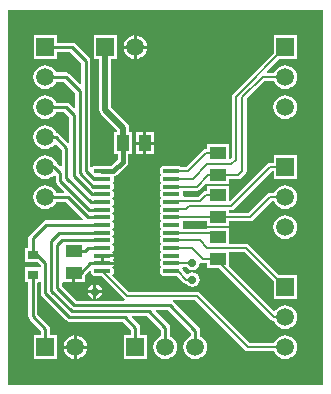
<source format=gtl>
G04*
G04 #@! TF.GenerationSoftware,Altium Limited,Altium Designer,20.1.11 (218)*
G04*
G04 Layer_Physical_Order=1*
G04 Layer_Color=255*
%FSLAX25Y25*%
%MOIN*%
G70*
G04*
G04 #@! TF.SameCoordinates,C0BC10C8-0731-4CBC-98FA-3322C1096404*
G04*
G04*
G04 #@! TF.FilePolarity,Positive*
G04*
G01*
G75*
%ADD13C,0.00700*%
%ADD22R,0.03937X0.05315*%
%ADD23R,0.03347X0.02756*%
%ADD24R,0.05315X0.03937*%
%ADD25O,0.05709X0.01575*%
%ADD26C,0.01000*%
%ADD27C,0.01500*%
%ADD28C,0.02000*%
%ADD29R,0.05906X0.05906*%
%ADD30C,0.05906*%
%ADD31R,0.05906X0.05906*%
%ADD32C,0.02756*%
G36*
X242500Y97500D02*
X137500D01*
Y222500D01*
X242500D01*
Y97500D01*
D02*
G37*
%LPC*%
G36*
X180500Y213921D02*
Y210500D01*
X183921D01*
X183851Y211032D01*
X183453Y211993D01*
X182819Y212819D01*
X181993Y213453D01*
X181032Y213851D01*
X180500Y213921D01*
D02*
G37*
G36*
X179500D02*
X178968Y213851D01*
X178007Y213453D01*
X177181Y212819D01*
X176547Y211993D01*
X176149Y211032D01*
X176079Y210500D01*
X179500D01*
Y213921D01*
D02*
G37*
G36*
X183921Y209500D02*
X180500D01*
Y206079D01*
X181032Y206149D01*
X181993Y206547D01*
X182819Y207181D01*
X183453Y208007D01*
X183851Y208968D01*
X183921Y209500D01*
D02*
G37*
G36*
X179500D02*
X176079D01*
X176149Y208968D01*
X176547Y208007D01*
X177181Y207181D01*
X178007Y206547D01*
X178968Y206149D01*
X179500Y206079D01*
Y209500D01*
D02*
G37*
G36*
X233953Y213953D02*
X226047D01*
Y207994D01*
X212527Y194473D01*
X212228Y194027D01*
X212123Y193500D01*
Y173070D01*
X211658Y172604D01*
X211157Y172811D01*
Y177610D01*
X203842D01*
Y176018D01*
X203642D01*
X203115Y175913D01*
X202668Y175615D01*
X197064Y170010D01*
X195240D01*
X194780Y170318D01*
X194083Y170456D01*
X189949D01*
X189251Y170318D01*
X188660Y169922D01*
X188265Y169331D01*
X188126Y168634D01*
X188265Y167936D01*
X188654Y167354D01*
X188265Y166772D01*
X188126Y166075D01*
X188265Y165377D01*
X188654Y164795D01*
X188265Y164213D01*
X188126Y163516D01*
X188265Y162818D01*
X188654Y162236D01*
X188265Y161654D01*
X188126Y160957D01*
X188265Y160259D01*
X188654Y159677D01*
X188265Y159095D01*
X188126Y158398D01*
X188265Y157700D01*
X188654Y157118D01*
X188265Y156536D01*
X188126Y155839D01*
X188265Y155141D01*
X188654Y154559D01*
X188265Y153977D01*
X188126Y153279D01*
X188265Y152582D01*
X188654Y152000D01*
X188265Y151418D01*
X188126Y150721D01*
X188265Y150023D01*
X188654Y149441D01*
X188265Y148859D01*
X188126Y148161D01*
X188265Y147464D01*
X188654Y146882D01*
X188265Y146300D01*
X188126Y145602D01*
X188265Y144905D01*
X188654Y144323D01*
X188265Y143741D01*
X188126Y143043D01*
X188265Y142346D01*
X188654Y141764D01*
X188265Y141182D01*
X188126Y140484D01*
X188265Y139787D01*
X188654Y139205D01*
X188265Y138623D01*
X188126Y137925D01*
X188265Y137228D01*
X188654Y136646D01*
X188265Y136064D01*
X188126Y135366D01*
X188265Y134669D01*
X188660Y134078D01*
X189251Y133682D01*
X189949Y133544D01*
X194010D01*
X196027Y131527D01*
X196027Y131527D01*
X196473Y131228D01*
X197000Y131124D01*
X197060D01*
X197286Y130786D01*
X198072Y130260D01*
X199000Y130076D01*
X199928Y130260D01*
X200714Y130786D01*
X201240Y131572D01*
X201425Y132500D01*
X201240Y133428D01*
X200714Y134214D01*
X199928Y134740D01*
X199000Y134924D01*
X198072Y134740D01*
X197286Y134214D01*
X197237Y134210D01*
X195862Y135585D01*
X195766Y136064D01*
X195687Y136183D01*
X195923Y136624D01*
X197060D01*
X197286Y136286D01*
X198072Y135760D01*
X199000Y135575D01*
X199928Y135760D01*
X200714Y136286D01*
X201240Y137072D01*
X201425Y138000D01*
X201876Y138293D01*
X201973Y138228D01*
X202500Y138124D01*
X202500Y138124D01*
X203842D01*
Y136390D01*
X207979D01*
X225342Y119027D01*
X225342Y119027D01*
X225788Y118728D01*
X226290Y118629D01*
X226547Y118007D01*
X227181Y117181D01*
X228007Y116547D01*
X228968Y116149D01*
X230000Y116013D01*
X231032Y116149D01*
X231993Y116547D01*
X232819Y117181D01*
X233453Y118007D01*
X233851Y118968D01*
X233987Y120000D01*
X233851Y121032D01*
X233453Y121993D01*
X232819Y122819D01*
X231993Y123453D01*
X231032Y123851D01*
X230000Y123987D01*
X228968Y123851D01*
X228007Y123453D01*
X227181Y122819D01*
X226733Y122236D01*
X226111Y122151D01*
X211157Y137104D01*
Y141624D01*
X216430D01*
X226047Y132006D01*
Y126047D01*
X233953D01*
Y133953D01*
X227994D01*
X217973Y143973D01*
X217527Y144272D01*
X217000Y144376D01*
X211157D01*
Y149610D01*
X203842D01*
Y149538D01*
X196035D01*
X195756Y149948D01*
X195769Y150038D01*
X195905Y150721D01*
X195769Y151403D01*
X195756Y151493D01*
X196035Y151903D01*
X203842D01*
Y150390D01*
X211157D01*
Y151982D01*
X218358D01*
X218885Y152087D01*
X219332Y152385D01*
X225570Y158624D01*
X226292D01*
X226547Y158007D01*
X227181Y157181D01*
X228007Y156547D01*
X228968Y156149D01*
X230000Y156013D01*
X231032Y156149D01*
X231993Y156547D01*
X232819Y157181D01*
X233453Y158007D01*
X233851Y158968D01*
X233987Y160000D01*
X233851Y161032D01*
X233453Y161993D01*
X232819Y162819D01*
X231993Y163453D01*
X231032Y163851D01*
X230000Y163987D01*
X228968Y163851D01*
X228007Y163453D01*
X227181Y162819D01*
X226547Y161993D01*
X226292Y161376D01*
X225000D01*
X224473Y161272D01*
X224027Y160973D01*
X224027Y160973D01*
X217788Y154735D01*
X211157D01*
Y155624D01*
X212000D01*
X212527Y155728D01*
X212973Y156027D01*
X225547Y168601D01*
X226047Y168568D01*
Y166047D01*
X233953D01*
Y173953D01*
X226047D01*
Y171376D01*
X225000D01*
X225000Y171377D01*
X224473Y171272D01*
X224027Y170973D01*
X224027Y170973D01*
X211658Y158604D01*
X211157Y158811D01*
Y163610D01*
X203842D01*
Y162018D01*
X203642D01*
X203115Y161913D01*
X202668Y161615D01*
X201130Y160076D01*
X196200D01*
X195829Y160576D01*
X195905Y160957D01*
X195769Y161639D01*
X195756Y161729D01*
X196035Y162139D01*
X200516D01*
X201043Y162244D01*
X201489Y162542D01*
X203485Y164538D01*
X203842Y164390D01*
Y164390D01*
X211157D01*
Y165982D01*
X214358D01*
X214885Y166087D01*
X215332Y166385D01*
X216675Y167729D01*
X216675Y167729D01*
X216974Y168175D01*
X217078Y168702D01*
Y192728D01*
X222974Y198624D01*
X226292D01*
X226547Y198007D01*
X227181Y197181D01*
X228007Y196547D01*
X228968Y196149D01*
X230000Y196013D01*
X231032Y196149D01*
X231993Y196547D01*
X232819Y197181D01*
X233453Y198007D01*
X233851Y198968D01*
X233987Y200000D01*
X233851Y201032D01*
X233453Y201993D01*
X232819Y202819D01*
X231993Y203453D01*
X231032Y203851D01*
X230000Y203987D01*
X228968Y203851D01*
X228007Y203453D01*
X227181Y202819D01*
X226547Y201993D01*
X226292Y201376D01*
X223976D01*
X223785Y201838D01*
X227994Y206047D01*
X233953D01*
Y213953D01*
D02*
G37*
G36*
X230000Y193987D02*
X228968Y193851D01*
X228007Y193453D01*
X227181Y192819D01*
X226547Y191993D01*
X226149Y191032D01*
X226013Y190000D01*
X226149Y188968D01*
X226547Y188007D01*
X227181Y187181D01*
X228007Y186547D01*
X228968Y186149D01*
X230000Y186013D01*
X231032Y186149D01*
X231993Y186547D01*
X232819Y187181D01*
X233453Y188007D01*
X233851Y188968D01*
X233987Y190000D01*
X233851Y191032D01*
X233453Y191993D01*
X232819Y192819D01*
X231993Y193453D01*
X231032Y193851D01*
X230000Y193987D01*
D02*
G37*
G36*
X186110Y181658D02*
X183642D01*
Y178500D01*
X186110D01*
Y181658D01*
D02*
G37*
G36*
X182642D02*
X180173D01*
Y178500D01*
X182642D01*
Y181658D01*
D02*
G37*
G36*
X186110Y177500D02*
X183642D01*
Y174343D01*
X186110D01*
Y177500D01*
D02*
G37*
G36*
X182642D02*
X180173D01*
Y174343D01*
X182642D01*
Y177500D01*
D02*
G37*
G36*
X173953Y213953D02*
X166047D01*
Y206047D01*
X167961D01*
Y189000D01*
X168116Y188220D01*
X168558Y187558D01*
X173959Y182158D01*
X173956Y181658D01*
X172890D01*
Y174343D01*
X174074D01*
Y172597D01*
X171895Y170418D01*
X171243D01*
X171051Y170456D01*
X166917D01*
X166220Y170318D01*
X165629Y169922D01*
X165529Y169774D01*
X165029Y169926D01*
Y205500D01*
X164913Y206085D01*
X164581Y206581D01*
X160081Y211081D01*
X159585Y211413D01*
X159000Y211529D01*
X153953D01*
Y213953D01*
X146047D01*
Y206047D01*
X153953D01*
Y208471D01*
X158367D01*
X161971Y204867D01*
Y197846D01*
X161509Y197654D01*
X158016Y201147D01*
X157520Y201478D01*
X156934Y201595D01*
X153618D01*
X153453Y201993D01*
X152819Y202819D01*
X151993Y203453D01*
X151032Y203851D01*
X150000Y203987D01*
X148968Y203851D01*
X148007Y203453D01*
X147181Y202819D01*
X146547Y201993D01*
X146149Y201032D01*
X146013Y200000D01*
X146149Y198968D01*
X146547Y198007D01*
X147181Y197181D01*
X148007Y196547D01*
X148968Y196149D01*
X150000Y196013D01*
X151032Y196149D01*
X151993Y196547D01*
X152819Y197181D01*
X153453Y198007D01*
X153672Y198536D01*
X156301D01*
X159971Y194867D01*
Y189846D01*
X159509Y189654D01*
X158081Y191081D01*
X157585Y191413D01*
X157000Y191529D01*
X153645D01*
X153453Y191993D01*
X152819Y192819D01*
X151993Y193453D01*
X151032Y193851D01*
X150000Y193987D01*
X148968Y193851D01*
X148007Y193453D01*
X147181Y192819D01*
X146547Y191993D01*
X146149Y191032D01*
X146013Y190000D01*
X146149Y188968D01*
X146547Y188007D01*
X147181Y187181D01*
X148007Y186547D01*
X148968Y186149D01*
X150000Y186013D01*
X151032Y186149D01*
X151993Y186547D01*
X152819Y187181D01*
X153453Y188007D01*
X153645Y188471D01*
X156367D01*
X157971Y186867D01*
Y178346D01*
X157509Y178154D01*
X154581Y181081D01*
X154085Y181413D01*
X153658Y181498D01*
X153453Y181993D01*
X152819Y182819D01*
X151993Y183453D01*
X151032Y183851D01*
X150000Y183987D01*
X148968Y183851D01*
X148007Y183453D01*
X147181Y182819D01*
X146547Y181993D01*
X146149Y181032D01*
X146013Y180000D01*
X146149Y178968D01*
X146547Y178007D01*
X147181Y177181D01*
X148007Y176547D01*
X148968Y176149D01*
X150000Y176013D01*
X151032Y176149D01*
X151993Y176547D01*
X152819Y177181D01*
X153169Y177637D01*
X153668Y177669D01*
X155471Y175866D01*
Y170346D01*
X155009Y170154D01*
X154081Y171081D01*
X153734Y171313D01*
X153453Y171993D01*
X152819Y172819D01*
X151993Y173453D01*
X151032Y173851D01*
X150000Y173987D01*
X148968Y173851D01*
X148007Y173453D01*
X147181Y172819D01*
X146547Y171993D01*
X146149Y171032D01*
X146013Y170000D01*
X146149Y168968D01*
X146547Y168007D01*
X147181Y167181D01*
X148007Y166547D01*
X148968Y166149D01*
X150000Y166013D01*
X151032Y166149D01*
X151993Y166547D01*
X152819Y167181D01*
X152952Y167354D01*
X153033Y167359D01*
X153471Y167122D01*
Y165500D01*
X153587Y164915D01*
X153919Y164419D01*
X156346Y161991D01*
X156154Y161529D01*
X153645D01*
X153453Y161993D01*
X152819Y162819D01*
X151993Y163453D01*
X151032Y163851D01*
X150000Y163987D01*
X148968Y163851D01*
X148007Y163453D01*
X147181Y162819D01*
X146547Y161993D01*
X146149Y161032D01*
X146013Y160000D01*
X146149Y158968D01*
X146547Y158007D01*
X147181Y157181D01*
X148007Y156547D01*
X148968Y156149D01*
X150000Y156013D01*
X151032Y156149D01*
X151993Y156547D01*
X152819Y157181D01*
X153453Y158007D01*
X153645Y158471D01*
X156867D01*
X162625Y152712D01*
X162434Y152250D01*
X150221D01*
X149635Y152133D01*
X149139Y151802D01*
X144707Y147370D01*
X144376Y146874D01*
X144259Y146288D01*
Y143059D01*
X143115D01*
Y138303D01*
X147534D01*
X148471Y137366D01*
Y137059D01*
X148462Y136563D01*
X147971Y136563D01*
X143115D01*
Y131807D01*
X144259D01*
Y120212D01*
X144376Y119626D01*
X144707Y119130D01*
X148471Y115366D01*
Y113953D01*
X146047D01*
Y106047D01*
X153953D01*
Y113953D01*
X151529D01*
Y116000D01*
X151413Y116585D01*
X151081Y117081D01*
X147318Y120845D01*
Y131454D01*
X147671Y131807D01*
X148462Y131807D01*
X148471Y131311D01*
Y128000D01*
X148587Y127415D01*
X148919Y126919D01*
X156919Y118919D01*
X157415Y118587D01*
X158000Y118471D01*
X175867D01*
X178471Y115867D01*
Y113953D01*
X176047D01*
Y106047D01*
X183953D01*
Y113953D01*
X181529D01*
Y116500D01*
X181413Y117085D01*
X181081Y117581D01*
X178654Y120009D01*
X178846Y120471D01*
X183867D01*
X188471Y115866D01*
Y113645D01*
X188007Y113453D01*
X187181Y112819D01*
X186547Y111993D01*
X186149Y111032D01*
X186013Y110000D01*
X186149Y108968D01*
X186547Y108007D01*
X187181Y107181D01*
X188007Y106547D01*
X188968Y106149D01*
X190000Y106013D01*
X191032Y106149D01*
X191993Y106547D01*
X192819Y107181D01*
X193453Y108007D01*
X193851Y108968D01*
X193987Y110000D01*
X193851Y111032D01*
X193453Y111993D01*
X192819Y112819D01*
X191993Y113453D01*
X191529Y113645D01*
Y116500D01*
X191413Y117085D01*
X191081Y117581D01*
X186654Y122009D01*
X186846Y122471D01*
X190866D01*
X198471Y114866D01*
Y113645D01*
X198007Y113453D01*
X197181Y112819D01*
X196547Y111993D01*
X196149Y111032D01*
X196013Y110000D01*
X196149Y108968D01*
X196547Y108007D01*
X197181Y107181D01*
X198007Y106547D01*
X198968Y106149D01*
X200000Y106013D01*
X201032Y106149D01*
X201993Y106547D01*
X202819Y107181D01*
X203453Y108007D01*
X203851Y108968D01*
X203987Y110000D01*
X203851Y111032D01*
X203453Y111993D01*
X202819Y112819D01*
X201993Y113453D01*
X201529Y113645D01*
Y115500D01*
X201413Y116085D01*
X201081Y116581D01*
X192581Y125081D01*
X192518Y125124D01*
X192670Y125624D01*
X199930D01*
X216527Y109027D01*
X216973Y108728D01*
X217500Y108624D01*
X226292D01*
X226547Y108007D01*
X227181Y107181D01*
X228007Y106547D01*
X228968Y106149D01*
X230000Y106013D01*
X231032Y106149D01*
X231993Y106547D01*
X232819Y107181D01*
X233453Y108007D01*
X233851Y108968D01*
X233987Y110000D01*
X233851Y111032D01*
X233453Y111993D01*
X232819Y112819D01*
X231993Y113453D01*
X231032Y113851D01*
X230000Y113987D01*
X228968Y113851D01*
X228007Y113453D01*
X227181Y112819D01*
X226547Y111993D01*
X226292Y111376D01*
X218070D01*
X201473Y127973D01*
X201027Y128272D01*
X200500Y128376D01*
X177920D01*
X172329Y133968D01*
X172340Y134078D01*
X172735Y134669D01*
X172874Y135366D01*
X172735Y136064D01*
X172346Y136646D01*
X172735Y137228D01*
X172774Y137425D01*
X168984D01*
Y138425D01*
X172774D01*
X172735Y138623D01*
X172346Y139205D01*
X172735Y139787D01*
X172774Y139984D01*
X168984D01*
Y140984D01*
X172774D01*
X172735Y141182D01*
X172346Y141764D01*
X172735Y142346D01*
X172874Y143043D01*
X172735Y143741D01*
X172346Y144323D01*
X172735Y144905D01*
X172874Y145602D01*
X172735Y146300D01*
X172346Y146882D01*
X172735Y147464D01*
X172874Y148161D01*
X172735Y148859D01*
X172346Y149441D01*
X172735Y150023D01*
X172874Y150721D01*
X172735Y151418D01*
X172346Y152000D01*
X172735Y152582D01*
X172874Y153279D01*
X172735Y153977D01*
X172346Y154559D01*
X172735Y155141D01*
X172874Y155839D01*
X172735Y156536D01*
X172346Y157118D01*
X172735Y157700D01*
X172874Y158398D01*
X172735Y159095D01*
X172346Y159677D01*
X172735Y160259D01*
X172874Y160957D01*
X172735Y161654D01*
X172346Y162236D01*
X172735Y162818D01*
X172874Y163516D01*
X172735Y164213D01*
X172346Y164795D01*
X172735Y165377D01*
X172874Y166075D01*
X172735Y166772D01*
X172779Y166878D01*
X173317Y166985D01*
X173896Y167372D01*
X177120Y170597D01*
X177120Y170597D01*
X177507Y171176D01*
X177643Y171858D01*
Y174343D01*
X178827D01*
Y181658D01*
X178039D01*
Y183000D01*
X177884Y183780D01*
X177442Y184442D01*
X172039Y189845D01*
Y206047D01*
X173953D01*
Y213953D01*
D02*
G37*
G36*
X230000Y153987D02*
X228968Y153851D01*
X228007Y153453D01*
X227181Y152819D01*
X226547Y151993D01*
X226149Y151032D01*
X226013Y150000D01*
X226149Y148968D01*
X226547Y148007D01*
X227181Y147181D01*
X228007Y146547D01*
X228968Y146149D01*
X230000Y146013D01*
X231032Y146149D01*
X231993Y146547D01*
X232819Y147181D01*
X233453Y148007D01*
X233851Y148968D01*
X233987Y150000D01*
X233851Y151032D01*
X233453Y151993D01*
X232819Y152819D01*
X231993Y153453D01*
X231032Y153851D01*
X230000Y153987D01*
D02*
G37*
G36*
X160500Y113921D02*
Y110500D01*
X163921D01*
X163851Y111032D01*
X163453Y111993D01*
X162819Y112819D01*
X161993Y113453D01*
X161032Y113851D01*
X160500Y113921D01*
D02*
G37*
G36*
X159500D02*
X158968Y113851D01*
X158007Y113453D01*
X157181Y112819D01*
X156547Y111993D01*
X156149Y111032D01*
X156079Y110500D01*
X159500D01*
Y113921D01*
D02*
G37*
G36*
X163921Y109500D02*
X160500D01*
Y106079D01*
X161032Y106149D01*
X161993Y106547D01*
X162819Y107181D01*
X163453Y108007D01*
X163851Y108968D01*
X163921Y109500D01*
D02*
G37*
G36*
X159500D02*
X156079D01*
X156149Y108968D01*
X156547Y108007D01*
X157181Y107181D01*
X158007Y106547D01*
X158968Y106149D01*
X159500Y106079D01*
Y109500D01*
D02*
G37*
%LPD*%
G36*
X164782Y135417D02*
X165118Y135248D01*
X165234Y134669D01*
X165629Y134078D01*
X166220Y133682D01*
X166917Y133544D01*
X168860D01*
X176374Y126029D01*
X176374Y126018D01*
X176221Y125529D01*
X160290D01*
X155529Y130290D01*
Y131396D01*
X155744Y131807D01*
X158901D01*
Y134776D01*
X159901D01*
Y131807D01*
X163059D01*
Y133896D01*
X164608Y135445D01*
X164782Y135417D01*
D02*
G37*
%LPC*%
G36*
X167000Y130825D02*
Y129000D01*
X168825D01*
X168740Y129428D01*
X168214Y130214D01*
X167428Y130740D01*
X167000Y130825D01*
D02*
G37*
G36*
X166000D02*
X165572Y130740D01*
X164786Y130214D01*
X164260Y129428D01*
X164175Y129000D01*
X166000D01*
Y130825D01*
D02*
G37*
G36*
X168825Y128000D02*
X167000D01*
Y126175D01*
X167428Y126260D01*
X168214Y126786D01*
X168740Y127572D01*
X168825Y128000D01*
D02*
G37*
G36*
X166000D02*
X164175D01*
X164260Y127572D01*
X164786Y126786D01*
X165572Y126260D01*
X166000Y126175D01*
Y128000D01*
D02*
G37*
%LPD*%
D13*
X200500Y127000D02*
X217500Y110000D01*
X168984Y135366D02*
X177350Y127000D01*
X200500D01*
X217500Y110000D02*
X230000D01*
X197000Y132500D02*
X199000D01*
X194134Y135366D02*
X197000Y132500D01*
X192016Y135366D02*
X194134D01*
X192091Y138000D02*
X199000D01*
X192016Y137925D02*
X192091Y138000D01*
X207228Y139087D02*
X226315Y120000D01*
X230000D01*
X207228Y139087D02*
X207500Y139358D01*
X217000Y143000D02*
X230000Y130000D01*
X204000Y143000D02*
X217000D01*
X201398Y145602D02*
X204000Y143000D01*
X192016Y145602D02*
X201398D01*
X212000Y157000D02*
X225000Y170000D01*
X202404Y157000D02*
X212000D01*
X225000Y170000D02*
X230000D01*
X206020Y153279D02*
X206720Y152579D01*
X225000Y160000D02*
X230000D01*
X218358Y153358D02*
X225000Y160000D01*
X207500Y153358D02*
X218358D01*
X192318Y158700D02*
X197296D01*
X192016Y158398D02*
X192318Y158700D01*
X201700D02*
X203642Y160642D01*
X198000Y157000D02*
X202404D01*
X197000Y156000D02*
X198000Y157000D01*
X197296Y158700D02*
X201700D01*
X203642Y160642D02*
X207500D01*
X192177Y156000D02*
X197000D01*
X192016Y155839D02*
X192177Y156000D01*
X207500Y167358D02*
X214358D01*
X215702Y168702D01*
Y193298D01*
X213500Y172500D02*
Y193500D01*
X212000Y171000D02*
X213500Y172500D01*
X228500Y210000D02*
X230000D01*
X213500Y193500D02*
X230000Y210000D01*
X204000Y171000D02*
X212000D01*
X222404Y200000D02*
X230000D01*
X215702Y193298D02*
X222404Y200000D01*
X199075Y166075D02*
X204000Y171000D01*
X192016Y166075D02*
X199075D01*
X197634Y168634D02*
X203642Y174642D01*
X192016Y168634D02*
X197634D01*
X203642Y174642D02*
X207500D01*
X207358Y139500D02*
X207500Y139358D01*
X202500Y139500D02*
X207358D01*
X198957Y143043D02*
X202500Y139500D01*
X192016Y143043D02*
X198957D01*
X205980Y148161D02*
X207500Y146642D01*
X192016Y148161D02*
X205980D01*
X192016Y153279D02*
X206020D01*
X204358Y167358D02*
X207500D01*
X200516Y163516D02*
X204358Y167358D01*
X192016Y163516D02*
X200516D01*
D22*
X183142Y178000D02*
D03*
X175858D02*
D03*
D23*
X145788Y140681D02*
D03*
Y134185D02*
D03*
D24*
X159401Y142059D02*
D03*
Y134776D02*
D03*
X207500Y167358D02*
D03*
Y174642D02*
D03*
Y139358D02*
D03*
Y146642D02*
D03*
Y153358D02*
D03*
Y160642D02*
D03*
D25*
X168984Y168634D02*
D03*
Y166075D02*
D03*
Y163516D02*
D03*
Y160957D02*
D03*
Y158398D02*
D03*
Y155839D02*
D03*
Y153279D02*
D03*
Y150721D02*
D03*
Y148161D02*
D03*
Y145602D02*
D03*
Y143043D02*
D03*
Y140484D02*
D03*
Y137925D02*
D03*
Y135366D02*
D03*
X192016Y168634D02*
D03*
Y166075D02*
D03*
Y163516D02*
D03*
Y160957D02*
D03*
Y158398D02*
D03*
Y155839D02*
D03*
Y153279D02*
D03*
Y150721D02*
D03*
Y148161D02*
D03*
Y145602D02*
D03*
Y143043D02*
D03*
Y140484D02*
D03*
Y137925D02*
D03*
Y135366D02*
D03*
D26*
X158000Y120000D02*
X176500D01*
X180000Y116500D01*
Y110000D02*
Y116500D01*
X190000Y110000D02*
Y116500D01*
X184500Y122000D02*
X190000Y116500D01*
X158828Y122000D02*
X184500D01*
X200000Y110000D02*
Y115500D01*
X191500Y124000D02*
X200000Y115500D01*
X159657Y124000D02*
X191500D01*
X150000Y128000D02*
X158000Y120000D01*
X152000Y128828D02*
X158828Y122000D01*
X154000Y129657D02*
X159657Y124000D01*
X150000Y110000D02*
Y116000D01*
X145788Y120212D02*
X150000Y116000D01*
X145788Y120212D02*
Y134185D01*
X150000Y128000D02*
Y138000D01*
X147319Y140681D02*
X150000Y138000D01*
X145788Y140681D02*
X147319D01*
X152000Y128828D02*
Y145500D01*
X164925Y137925D02*
X168984D01*
X161776Y134776D02*
X164925Y137925D01*
X159401Y134776D02*
X161776D01*
X168984Y137925D02*
Y140484D01*
X164043Y143043D02*
X168984D01*
X163059Y142059D02*
X164043Y143043D01*
X159401Y142059D02*
X163059D01*
X152000Y145500D02*
X154661Y148161D01*
X154000Y129657D02*
Y144000D01*
X155602Y145602D01*
X154661Y148161D02*
X168984D01*
X155602Y145602D02*
X168984D01*
X145788Y140681D02*
Y146288D01*
X150221Y150721D02*
X168984D01*
X145788Y146288D02*
X150221Y150721D01*
X150000Y180000D02*
X153500D01*
X157000Y166500D02*
Y176500D01*
X153500Y180000D02*
X157000Y176500D01*
X159500Y166893D02*
Y187500D01*
X150000Y190000D02*
X157000D01*
X159500Y187500D01*
X157500Y160000D02*
X164220Y153279D01*
X150000Y160000D02*
X157500D01*
X164220Y153279D02*
X168984D01*
X155000Y165500D02*
Y168000D01*
X164661Y155839D02*
X168984D01*
X155000Y165500D02*
X164661Y155839D01*
X165102Y158398D02*
X168984D01*
X157000Y166500D02*
X165102Y158398D01*
X166194Y166075D02*
X168984D01*
X163500Y168769D02*
X166194Y166075D01*
X165436Y160957D02*
X168984D01*
X163500Y168769D02*
Y205500D01*
X159500Y166893D02*
X165436Y160957D01*
X161500Y167940D02*
Y195500D01*
Y167940D02*
X165924Y163516D01*
X168984D01*
X156934Y200065D02*
X161500Y195500D01*
X150000Y210000D02*
X159000D01*
X163500Y205500D01*
X153000Y170000D02*
X155000Y168000D01*
X150000Y170000D02*
X153000D01*
X150703Y200065D02*
X156934D01*
X206793Y146642D02*
X207500D01*
D27*
X168984Y168634D02*
X172634D01*
X175858Y171858D01*
Y178000D01*
D28*
X176000Y178142D01*
Y183000D01*
X170000Y189000D02*
X176000Y183000D01*
X170000Y189000D02*
Y210000D01*
D29*
X150000Y110000D02*
D03*
X170000Y210000D02*
D03*
X180000Y110000D02*
D03*
D30*
X160000D02*
D03*
X180000Y210000D02*
D03*
X230000Y190000D02*
D03*
Y200000D02*
D03*
X150000Y160000D02*
D03*
Y170000D02*
D03*
Y180000D02*
D03*
Y190000D02*
D03*
Y200000D02*
D03*
X230000Y150000D02*
D03*
Y160000D02*
D03*
Y110000D02*
D03*
Y120000D02*
D03*
X200000Y110000D02*
D03*
X190000D02*
D03*
D31*
X230000Y210000D02*
D03*
X150000D02*
D03*
X230000Y170000D02*
D03*
Y130000D02*
D03*
D32*
X166500Y128500D02*
D03*
X199000Y132500D02*
D03*
Y138000D02*
D03*
M02*

</source>
